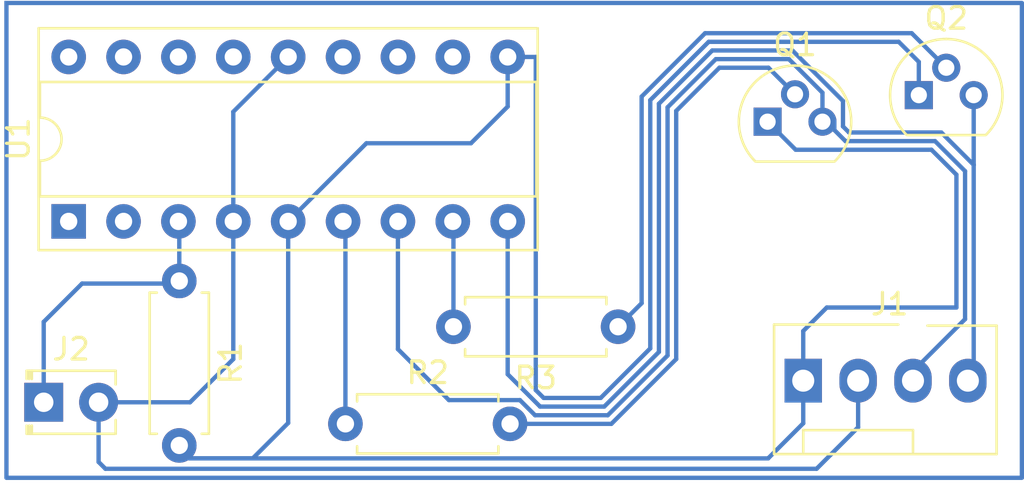
<source format=kicad_pcb>
(kicad_pcb (version 20240108) (generator "pcbnew") (generator_version "8.0")
  (layers (0 "F.Cu" signal) (31 "B.Cu" signal) (34 "B.Paste" user) (35 "F.Paste" user) (36 "B.SilkS" user "B.Silkscreen") (37 "F.SilkS" user "F.Silkscreen") (38 "B.Mask" user) (39 "F.Mask" user) (44 "Edge.Cuts" user))
  (net 0 "")
  (net 1 "Net-(J1-Pin_3)")
  (net 2 "Net-(J1-Pin_4)")
  (net 3 "Earth")
  (net 4 "Net-(J1-Pin_2)")
  (net 5 "Net-(J2-Pin_1)")
  (net 6 "Net-(Q1-B)")
  (net 7 "Net-(Q2-B)")
  (net 8 "Net-(U1-RB0{slash}INT)")
  (net 9 "Net-(U1-RB2{slash}TX{slash}CK)")
  (footprint "Connector:FanPinHeader_1x04_P2.54mm_Vertical" (layer "F.Cu") (at 50.8 32)
    (property "Reference" "J1" (at 4 -3.55 0) (layer "F.SilkS"))
    (property "Value" "PS/2 Cable")
    (fp_line (start -1.35 -2.6) (end 4.4 -2.6) (stroke (width 0.12)) (layer "F.SilkS"))
    (fp_line (start -1.35 3.4) (end -1.35 -2.6) (stroke (width 0.12)) (layer "F.SilkS"))
    (fp_line (start 0 2.29) (end 5.08 2.29) (stroke (width 0.12)) (layer "F.SilkS"))
    (fp_line (start 0 3.3) (end 0 2.29) (stroke (width 0.12)) (layer "F.SilkS"))
    (fp_line (start 5.08 2.29) (end 5.08 3.3) (stroke (width 0.12)) (layer "F.SilkS"))
    (fp_line (start 5.75 -2.55) (end 8.95 -2.55) (stroke (width 0.12)) (layer "F.SilkS"))
    (fp_line (start 8.95 -2.55) (end 8.95 3.4) (stroke (width 0.12)) (layer "F.SilkS"))
    (fp_line (start 8.95 3.4) (end -1.35 3.4) (stroke (width 0.12)) (layer "F.SilkS"))
    (pad "" np_thru_hole circle (at 5.08 -2.16 90) (size 1.1 1.1) (drill 1.1) (layers "*.Cu" "*.Mask"))
    (pad "1" thru_hole rect (at 0 0 90) (size 2.03 1.73) (drill 1.02) (layers "*.Cu" "*.Mask") (net 3 "Earth"))
    (pad "2" thru_hole oval (at 2.54 0 90) (size 2.03 1.73) (drill 1.02) (layers "*.Cu" "*.Mask") (net 4 "Net-(J1-Pin_2)"))
    (pad "3" thru_hole oval (at 5.08 0 90) (size 2.03 1.73) (drill 1.02) (layers "*.Cu" "*.Mask") (net 1 "Net-(J1-Pin_3)"))
    (pad "4" thru_hole oval (at 7.62 0 90) (size 2.03 1.73) (drill 1.02) (layers "*.Cu" "*.Mask") (net 2 "Net-(J1-Pin_4)"))
  )
  (footprint "Resistor_THT:R_Axial_DIN0207_L6.3mm_D2.5mm_P7.62mm_Horizontal" (layer "F.Cu") (at 42.23 29.5 180)
    (property "Reference" "R3" (at 3.81 -2.37 0) (layer "F.SilkS"))
    (property "Value" "10K")
    (fp_line (start 7.08 1.37) (end 7.08 1.04) (stroke (width 0.12)) (layer "F.SilkS"))
    (fp_line (start 7.08 -1.37) (end 7.08 -1.04) (stroke (width 0.12)) (layer "F.SilkS"))
    (fp_line (start 0.54 1.37) (end 7.08 1.37) (stroke (width 0.12)) (layer "F.SilkS"))
    (fp_line (start 0.54 1.04) (end 0.54 1.37) (stroke (width 0.12)) (layer "F.SilkS"))
    (fp_line (start 0.54 -1.04) (end 0.54 -1.37) (stroke (width 0.12)) (layer "F.SilkS"))
    (fp_line (start 0.54 -1.37) (end 7.08 -1.37) (stroke (width 0.12)) (layer "F.SilkS"))
    (pad "1" thru_hole circle (at 0 0 180) (size 1.6 1.6) (drill 0.8) (layers "*.Cu" "*.Mask") (net 7 "Net-(Q2-B)"))
    (pad "2" thru_hole oval (at 7.62 0 180) (size 1.6 1.6) (drill 0.8) (layers "*.Cu" "*.Mask") (net 9 "Net-(U1-RB2{slash}TX{slash}CK)"))
  )
  (footprint "LED_THT:LED_D2.0mm_W4.0mm_H2.8mm_FlatTop" (layer "F.Cu") (at 15.645 33)
    (property "Reference" "J2" (at 1.27 -2.46 0) (layer "F.SilkS"))
    (property "Value" "Pedal")
    (fp_line (start -0.79 -1.46) (end -0.79 -1.08) (stroke (width 0.12)) (layer "F.SilkS"))
    (fp_line (start -0.79 -1.46) (end 3.33 -1.46) (stroke (width 0.12)) (layer "F.SilkS"))
    (fp_line (start -0.79 1.08) (end -0.79 1.46) (stroke (width 0.12)) (layer "F.SilkS"))
    (fp_line (start -0.79 1.46) (end 3.33 1.46) (stroke (width 0.12)) (layer "F.SilkS"))
    (fp_line (start -0.67 -1.46) (end -0.67 -1.08) (stroke (width 0.12)) (layer "F.SilkS"))
    (fp_line (start -0.67 1.08) (end -0.67 1.46) (stroke (width 0.12)) (layer "F.SilkS"))
    (fp_line (start -0.55 -1.46) (end -0.55 -1.08) (stroke (width 0.12)) (layer "F.SilkS"))
    (fp_line (start -0.55 1.08) (end -0.55 1.46) (stroke (width 0.12)) (layer "F.SilkS"))
    (fp_line (start 3.33 -1.46) (end 3.33 -0.825) (stroke (width 0.12)) (layer "F.SilkS"))
    (fp_line (start 3.33 0.825) (end 3.33 1.46) (stroke (width 0.12)) (layer "F.SilkS"))
    (pad "1" thru_hole rect (at 0 0) (size 1.8 1.8) (drill 0.9) (layers "*.Cu" "*.Mask") (net 5 "Net-(J2-Pin_1)"))
    (pad "2" thru_hole circle (at 2.54 0) (size 1.8 1.8) (drill 0.9) (layers "*.Cu" "*.Mask") (net 4 "Net-(J1-Pin_2)"))
  )
  (footprint "Package_TO_SOT_THT:TO-92" (layer "F.Cu") (at 49.15 20)
    (property "Reference" "Q1" (at 1.27 -3.56 0) (layer "F.SilkS"))
    (property "Value" "2N2222")
    (fp_line (start -0.53 1.85) (end 3.07 1.85) (stroke (width 0.12)) (layer "F.SilkS"))
    (fp_arc (start -0.568478 1.838478) (mid -1.132087 -0.994977) (end 1.27 -2.6) (stroke (width 0.12)) (layer "F.SilkS"))
    (fp_arc (start 1.27 -2.6) (mid 3.672087 -0.994977) (end 3.108478 1.838478) (stroke (width 0.12)) (layer "F.SilkS"))
    (pad "1" thru_hole rect (at 0 0) (size 1.3 1.3) (drill 0.75) (layers "*.Cu" "*.Mask") (net 3 "Earth"))
    (pad "2" thru_hole circle (at 1.27 -1.27) (size 1.3 1.3) (drill 0.75) (layers "*.Cu" "*.Mask") (net 6 "Net-(Q1-B)"))
    (pad "3" thru_hole circle (at 2.54 0) (size 1.3 1.3) (drill 0.75) (layers "*.Cu" "*.Mask") (net 1 "Net-(J1-Pin_3)"))
  )
  (footprint "Resistor_THT:R_Axial_DIN0207_L6.3mm_D2.5mm_P7.62mm_Horizontal" (layer "F.Cu") (at 21.92 27.38 -90)
    (property "Reference" "R1" (at 3.81 -2.37 90) (layer "F.SilkS"))
    (property "Value" "10K")
    (fp_line (start 0.54 1.37) (end 7.08 1.37) (stroke (width 0.12)) (layer "F.SilkS"))
    (fp_line (start 7.08 1.37) (end 7.08 1.04) (stroke (width 0.12)) (layer "F.SilkS"))
    (fp_line (start 0.54 1.04) (end 0.54 1.37) (stroke (width 0.12)) (layer "F.SilkS"))
    (fp_line (start 0.54 -1.04) (end 0.54 -1.37) (stroke (width 0.12)) (layer "F.SilkS"))
    (fp_line (start 0.54 -1.37) (end 7.08 -1.37) (stroke (width 0.12)) (layer "F.SilkS"))
    (fp_line (start 7.08 -1.37) (end 7.08 -1.04) (stroke (width 0.12)) (layer "F.SilkS"))
    (pad "1" thru_hole circle (at 0 0 270) (size 1.6 1.6) (drill 0.8) (layers "*.Cu" "*.Mask") (net 5 "Net-(J2-Pin_1)"))
    (pad "2" thru_hole oval (at 7.62 0 270) (size 1.6 1.6) (drill 0.8) (layers "*.Cu" "*.Mask") (net 3 "Earth"))
  )
  (footprint "Package_DIP:DIP-18_W7.62mm_Socket" (layer "F.Cu") (at 16.8 24.62 90)
    (property "Reference" "U1" (at 3.81 -2.33 90) (layer "F.SilkS"))
    (property "Value" "PIC16F628A-ISO")
    (fp_line (start 8.95 -1.39) (end -1.33 -1.39) (stroke (width 0.12)) (layer "F.SilkS"))
    (fp_line (start -1.33 -1.39) (end -1.33 21.71) (stroke (width 0.12)) (layer "F.SilkS"))
    (fp_line (start 6.46 -1.33) (end 4.81 -1.33) (stroke (width 0.12)) (layer "F.SilkS"))
    (fp_line (start 2.81 -1.33) (end 1.16 -1.33) (stroke (width 0.12)) (layer "F.SilkS"))
    (fp_line (start 1.16 -1.33) (end 1.16 21.65) (stroke (width 0.12)) (layer "F.SilkS"))
    (fp_line (start 6.46 21.65) (end 6.46 -1.33) (stroke (width 0.12)) (layer "F.SilkS"))
    (fp_line (start 1.16 21.65) (end 6.46 21.65) (stroke (width 0.12)) (layer "F.SilkS"))
    (fp_line (start 8.95 21.71) (end 8.95 -1.39) (stroke (width 0.12)) (layer "F.SilkS"))
    (fp_line (start -1.33 21.71) (end 8.95 21.71) (stroke (width 0.12)) (layer "F.SilkS"))
    (fp_arc (start 4.81 -1.33) (mid 3.81 -0.33) (end 2.81 -1.33) (stroke (width 0.12)) (layer "F.SilkS"))
    (pad "1" thru_hole rect (at 0 0 90) (size 1.6 1.6) (drill 0.8) (layers "*.Cu" "*.Mask"))
    (pad "2" thru_hole oval (at 0 2.54 90) (size 1.6 1.6) (drill 0.8) (layers "*.Cu" "*.Mask"))
    (pad "3" thru_hole oval (at 0 5.08 90) (size 1.6 1.6) (drill 0.8) (layers "*.Cu" "*.Mask") (net 5 "Net-(J2-Pin_1)"))
    (pad "4" thru_hole oval (at 0 7.62 90) (size 1.6 1.6) (drill 0.8) (layers "*.Cu" "*.Mask") (net 4 "Net-(J1-Pin_2)"))
    (pad "5" thru_hole oval (at 0 10.16 90) (size 1.6 1.6) (drill 0.8) (layers "*.Cu" "*.Mask") (net 3 "Earth"))
    (pad "6" thru_hole oval (at 0 12.7 90) (size 1.6 1.6) (drill 0.8) (layers "*.Cu" "*.Mask") (net 8 "Net-(U1-RB0{slash}INT)"))
    (pad "7" thru_hole oval (at 0 15.24 90) (size 1.6 1.6) (drill 0.8) (layers "*.Cu" "*.Mask") (net 1 "Net-(J1-Pin_3)"))
    (pad "8" thru_hole oval (at 0 17.78 90) (size 1.6 1.6) (drill 0.8) (layers "*.Cu" "*.Mask") (net 9 "Net-(U1-RB2{slash}TX{slash}CK)"))
    (pad "9" thru_hole oval (at 0 20.32 90) (size 1.6 1.6) (drill 0.8) (layers "*.Cu" "*.Mask") (net 2 "Net-(J1-Pin_4)"))
    (pad "10" thru_hole oval (at 7.62 20.32 90) (size 1.6 1.6) (drill 0.8) (layers "*.Cu" "*.Mask") (net 3 "Earth"))
    (pad "11" thru_hole oval (at 7.62 17.78 90) (size 1.6 1.6) (drill 0.8) (layers "*.Cu" "*.Mask"))
    (pad "12" thru_hole oval (at 7.62 15.24 90) (size 1.6 1.6) (drill 0.8) (layers "*.Cu" "*.Mask"))
    (pad "13" thru_hole oval (at 7.62 12.7 90) (size 1.6 1.6) (drill 0.8) (layers "*.Cu" "*.Mask"))
    (pad "14" thru_hole oval (at 7.62 10.16 90) (size 1.6 1.6) (drill 0.8) (layers "*.Cu" "*.Mask") (net 4 "Net-(J1-Pin_2)"))
    (pad "15" thru_hole oval (at 7.62 7.62 90) (size 1.6 1.6) (drill 0.8) (layers "*.Cu" "*.Mask"))
    (pad "16" thru_hole oval (at 7.62 5.08 90) (size 1.6 1.6) (drill 0.8) (layers "*.Cu" "*.Mask"))
    (pad "17" thru_hole oval (at 7.62 2.54 90) (size 1.6 1.6) (drill 0.8) (layers "*.Cu" "*.Mask"))
    (pad "18" thru_hole oval (at 7.62 0 90) (size 1.6 1.6) (drill 0.8) (layers "*.Cu" "*.Mask"))
  )
  (footprint "Package_TO_SOT_THT:TO-92" (layer "F.Cu") (at 56.15 18.77)
    (property "Reference" "Q2" (at 1.27 -3.56 0) (layer "F.SilkS"))
    (property "Value" "2N2222")
    (fp_line (start -0.53 1.85) (end 3.07 1.85) (stroke (width 0.12)) (layer "F.SilkS"))
    (fp_arc (start -0.568478 1.838478) (mid -1.132087 -0.994977) (end 1.27 -2.6) (stroke (width 0.12)) (layer "F.SilkS"))
    (fp_arc (start 1.27 -2.6) (mid 3.672087 -0.994977) (end 3.108478 1.838478) (stroke (width 0.12)) (layer "F.SilkS"))
    (pad "1" thru_hole rect (at 0 0) (size 1.3 1.3) (drill 0.75) (layers "*.Cu" "*.Mask") (net 3 "Earth"))
    (pad "2" thru_hole circle (at 1.27 -1.27) (size 1.3 1.3) (drill 0.75) (layers "*.Cu" "*.Mask") (net 7 "Net-(Q2-B)"))
    (pad "3" thru_hole circle (at 2.54 0) (size 1.3 1.3) (drill 0.75) (layers "*.Cu" "*.Mask") (net 2 "Net-(J1-Pin_4)"))
  )
  (footprint "Resistor_THT:R_Axial_DIN0207_L6.3mm_D2.5mm_P7.62mm_Horizontal" (layer "F.Cu") (at 29.61 34)
    (property "Reference" "R2" (at 3.81 -2.37 0) (layer "F.SilkS"))
    (property "Value" "10K")
    (fp_line (start 0.54 -1.37) (end 7.08 -1.37) (stroke (width 0.12)) (layer "F.SilkS"))
    (fp_line (start 0.54 -1.04) (end 0.54 -1.37) (stroke (width 0.12)) (layer "F.SilkS"))
    (fp_line (start 0.54 1.04) (end 0.54 1.37) (stroke (width 0.12)) (layer "F.SilkS"))
    (fp_line (start 0.54 1.37) (end 7.08 1.37) (stroke (width 0.12)) (layer "F.SilkS"))
    (fp_line (start 7.08 -1.37) (end 7.08 -1.04) (stroke (width 0.12)) (layer "F.SilkS"))
    (fp_line (start 7.08 1.37) (end 7.08 1.04) (stroke (width 0.12)) (layer "F.SilkS"))
    (pad "1" thru_hole circle (at 0 0) (size 1.6 1.6) (drill 0.8) (layers "*.Cu" "*.Mask") (net 8 "Net-(U1-RB0{slash}INT)"))
    (pad "2" thru_hole oval (at 7.62 0) (size 1.6 1.6) (drill 0.8) (layers "*.Cu" "*.Mask") (net 6 "Net-(Q1-B)"))
  )
  (gr_rect (start 13.92 14.5) (end 60.92 36.5) (stroke (width 0.2)) (fill none) (layer "B.Cu"))
  (segment (start 51.69 20) (end 52.24 20) (width 0.2) (layer "B.Cu") (net 1))
  (segment (start 51.69 18.656497) (end 51.69 20) (width 0.2) (layer "B.Cu") (net 1))
  (segment (start 58.29 22.29) (end 58.29 29.15) (width 0.2) (layer "B.Cu") (net 1))
  (segment (start 56.9 20.9) (end 58.29 22.29) (width 0.2) (layer "B.Cu") (net 1))
  (segment (start 37.685635 32.9) (end 38.385635 33.6) (width 0.2) (layer "B.Cu") (net 1))
  (segment (start 58.29 29.15) (end 55.88 31.56) (width 0.2) (layer "B.Cu") (net 1))
  (segment (start 52.24 20) (end 52.24 20.385686) (width 0.2) (layer "B.Cu") (net 1))
  (segment (start 44.754315 19.1) (end 46.754314 17.1) (width 0.2) (layer "B.Cu") (net 1))
  (segment (start 52.24 20.385686) (end 52.754314 20.9) (width 0.2) (layer "B.Cu") (net 1))
  (segment (start 55.88 31.56) (end 55.88 32) (width 0.2) (layer "B.Cu") (net 1))
  (segment (start 44.52 30.834314) (end 44.52 19.334314) (width 0.2) (layer "B.Cu") (net 1))
  (segment (start 52.754314 20.9) (end 56.9 20.9) (width 0.2) (layer "B.Cu") (net 1))
  (segment (start 46.754314 17.1) (end 50.133503 17.1) (width 0.2) (layer "B.Cu") (net 1))
  (segment (start 41.754314 33.6) (end 44.52 30.834314) (width 0.2) (layer "B.Cu") (net 1))
  (segment (start 32.04 30.54) (end 34.4 32.9) (width 0.2) (layer "B.Cu") (net 1))
  (segment (start 50.133503 17.1) (end 51.69 18.656497) (width 0.2) (layer "B.Cu") (net 1))
  (segment (start 32.04 24.62) (end 32.04 30.54) (width 0.2) (layer "B.Cu") (net 1))
  (segment (start 44.52 19.334314) (end 44.754315 19.1) (width 0.2) (layer "B.Cu") (net 1))
  (segment (start 34.4 32.9) (end 37.685635 32.9) (width 0.2) (layer "B.Cu") (net 1))
  (segment (start 38.385635 33.6) (end 41.754314 33.6) (width 0.2) (layer "B.Cu") (net 1))
  (segment (start 58.69 31.73) (end 58.42 32) (width 0.2) (layer "F.Cu") (net 2))
  (segment (start 44.120001 30.668627) (end 44.120001 19.168627) (width 0.2) (layer "B.Cu") (net 2))
  (segment (start 58.69 18.77) (end 58.69 22) (width 0.2) (layer "B.Cu") (net 2))
  (segment (start 46.588628 16.7) (end 50.299189 16.7) (width 0.2) (layer "B.Cu") (net 2))
  (segment (start 38.62 33.2) (end 41.588628 33.2) (width 0.2) (layer "B.Cu") (net 2))
  (segment (start 37.12 24.62) (end 37.12 31.7) (width 0.2) (layer "B.Cu") (net 2))
  (segment (start 52.64 19.040811) (end 52.64 20.22) (width 0.2) (layer "B.Cu") (net 2))
  (segment (start 44.120001 19.168627) (end 46.588628 16.7) (width 0.2) (layer "B.Cu") (net 2))
  (segment (start 41.588628 33.2) (end 44.120001 30.668627) (width 0.2) (layer "B.Cu") (net 2))
  (segment (start 37.12 31.7) (end 38.62 33.2) (width 0.2) (layer "B.Cu") (net 2))
  (segment (start 57.19 20.5) (end 58.69 22) (width 0.2) (layer "B.Cu") (net 2))
  (segment (start 58.69 22) (end 58.69 31.73) (width 0.2) (layer "B.Cu") (net 2))
  (segment (start 50.299189 16.7) (end 52.64 19.040811) (width 0.2) (layer "B.Cu") (net 2))
  (segment (start 52.64 20.22) (end 52.92 20.5) (width 0.2) (layer "B.Cu") (net 2))
  (segment (start 52.92 20.5) (end 57.19 20.5) (width 0.2) (layer "B.Cu") (net 2))
  (segment (start 41.422942 32.8) (end 38.785686 32.8) (width 0.2) (layer "B.Cu") (net 3))
  (segment (start 38.42 32.434314) (end 38.42 17) (width 0.2) (layer "B.Cu") (net 3))
  (segment (start 50.8 32) (end 50.8 31.88) (width 0.2) (layer "B.Cu") (net 3))
  (segment (start 49.15 20) (end 50.45 21.3) (width 0.2) (layer "B.Cu") (net 3))
  (segment (start 50.8 29.7) (end 50.8 32) (width 0.2) (layer "B.Cu") (net 3))
  (segment (start 26.96 33.96) (end 26.96 24.62) (width 0.2) (layer "B.Cu") (net 3))
  (segment (start 56.15 17.23) (end 55.22 16.3) (width 0.2) (layer "B.Cu") (net 3))
  (segment (start 22.3 35.5) (end 21.92 35.12) (width 0.2) (layer "B.Cu") (net 3))
  (segment (start 38.42 17) (end 37.12 17) (width 0.2) (layer "B.Cu") (net 3))
  (segment (start 51.89 28.61) (end 50.8 29.7) (width 0.2) (layer "B.Cu") (net 3))
  (segment (start 49.174314 35.6) (end 22.4 35.6) (width 0.2) (layer "B.Cu") (net 3))
  (segment (start 30.58 21) (end 35.42 21) (width 0.2) (layer "B.Cu") (net 3))
  (segment (start 43.720001 19.002941) (end 43.720001 30.502941) (width 0.2) (layer "B.Cu") (net 3))
  (segment (start 50.8 32) (end 50.8 33.974314) (width 0.2) (layer "B.Cu") (net 3))
  (segment (start 22.4 35.6) (end 25.32 35.6) (width 0.2) (layer "B.Cu") (net 3))
  (segment (start 37.12 19.3) (end 37.12 17) (width 0.2) (layer "B.Cu") (net 3))
  (segment (start 57.89 28.61) (end 51.89 28.61) (width 0.2) (layer "B.Cu") (net 3))
  (segment (start 56.15 18.77) (end 56.15 17.23) (width 0.2) (layer "B.Cu") (net 3))
  (segment (start 26.96 24.62) (end 30.58 21) (width 0.2) (layer "B.Cu") (net 3))
  (segment (start 50.8 33.974314) (end 49.174314 35.6) (width 0.2) (layer "B.Cu") (net 3))
  (segment (start 50.45 21.3) (end 56.734314 21.3) (width 0.2) (layer "B.Cu") (net 3))
  (segment (start 55.22 16.3) (end 46.422942 16.3) (width 0.2) (layer "B.Cu") (net 3))
  (segment (start 38.785686 32.8) (end 38.42 32.434314) (width 0.2) (layer "B.Cu") (net 3))
  (segment (start 57.89 22.455686) (end 57.89 28.61) (width 0.2) (layer "B.Cu") (net 3))
  (segment (start 56.734314 21.3) (end 57.89 22.455686) (width 0.2) (layer "B.Cu") (net 3))
  (segment (start 43.720001 30.502941) (end 41.422942 32.8) (width 0.2) (layer "B.Cu") (net 3))
  (segment (start 35.42 21) (end 37.12 19.3) (width 0.2) (layer "B.Cu") (net 3))
  (segment (start 22.4 35.6) (end 22.3 35.5) (width 0.2) (layer "B.Cu") (net 3))
  (segment (start 46.422942 16.3) (end 43.720001 19.002941) (width 0.2) (layer "B.Cu") (net 3))
  (segment (start 25.32 35.6) (end 26.96 33.96) (width 0.2) (layer "B.Cu") (net 3))
  (segment (start 24.42 24.62) (end 24.42 19.54) (width 0.2) (layer "B.Cu") (net 4))
  (segment (start 18.185 33) (end 22.42 33) (width 0.2) (layer "B.Cu") (net 4))
  (segment (start 18.185 35.765) (end 18.185 33) (width 0.2) (layer "B.Cu") (net 4))
  (segment (start 51.41862 36.08138) (end 18.50138 36.08138) (width 0.2) (layer "B.Cu") (net 4))
  (segment (start 24.42 31) (end 24.42 24.62) (width 0.2) (layer "B.Cu") (net 4))
  (segment (start 18.50138 36.08138) (end 18.185 35.765) (width 0.2) (layer "B.Cu") (net 4))
  (segment (start 53.34 32) (end 53.34 34.16) (width 0.2) (layer "B.Cu") (net 4))
  (segment (start 22.42 33) (end 24.42 31) (width 0.2) (layer "B.Cu") (net 4))
  (segment (start 53.34 34.16) (end 51.41862 36.08138) (width 0.2) (layer "B.Cu") (net 4))
  (segment (start 24.42 19.54) (end 26.96 17) (width 0.2) (layer "B.Cu") (net 4))
  (segment (start 21.92 24.66) (end 21.88 24.62) (width 0.2) (layer "F.Cu") (net 5))
  (segment (start 21.92 27.5) (end 21.92 24.66) (width 0.2) (layer "B.Cu") (net 5))
  (segment (start 15.645 33) (end 15.645 29.275) (width 0.2) (layer "B.Cu") (net 5))
  (segment (start 15.645 29.275) (end 17.42 27.5) (width 0.2) (layer "B.Cu") (net 5))
  (segment (start 17.42 27.5) (end 21.92 27.5) (width 0.2) (layer "B.Cu") (net 5))
  (segment (start 50.42 18.73) (end 49.19 17.5) (width 0.2) (layer "B.Cu") (net 6))
  (segment (start 44.92 31) (end 41.92 34) (width 0.2) (layer "B.Cu") (net 6))
  (segment (start 44.92 19.5) (end 44.92 31) (width 0.2) (layer "B.Cu") (net 6))
  (segment (start 41.92 34) (end 37.23 34) (width 0.2) (layer "B.Cu") (net 6))
  (segment (start 49.19 17.5) (end 46.92 17.5) (width 0.2) (layer "B.Cu") (net 6))
  (segment (start 46.92 17.5) (end 44.92 19.5) (width 0.2) (layer "B.Cu") (net 6))
  (segment (start 42.23 29.5) (end 43.320001 28.409999) (width 0.2) (layer "B.Cu") (net 7))
  (segment (start 43.320001 28.409999) (end 43.320001 18.837255) (width 0.2) (layer "B.Cu") (net 7))
  (segment (start 46.257256 15.9) (end 55.82 15.9) (width 0.2) (layer "B.Cu") (net 7))
  (segment (start 55.82 15.9) (end 57.42 17.5) (width 0.2) (layer "B.Cu") (net 7))
  (segment (start 43.320001 18.837255) (end 46.257256 15.9) (width 0.2) (layer "B.Cu") (net 7))
  (segment (start 29.5 24.62) (end 29.61 24.73) (width 0.2) (layer "F.Cu") (net 8))
  (segment (start 29.61 24.73) (end 29.61 34) (width 0.2) (layer "B.Cu") (net 8))
  (segment (start 34.61 24.65) (end 34.58 24.62) (width 0.2) (layer "F.Cu") (net 9))
  (segment (start 34.61 29.5) (end 34.61 24.65) (width 0.2) (layer "B.Cu") (net 9))
)
</source>
